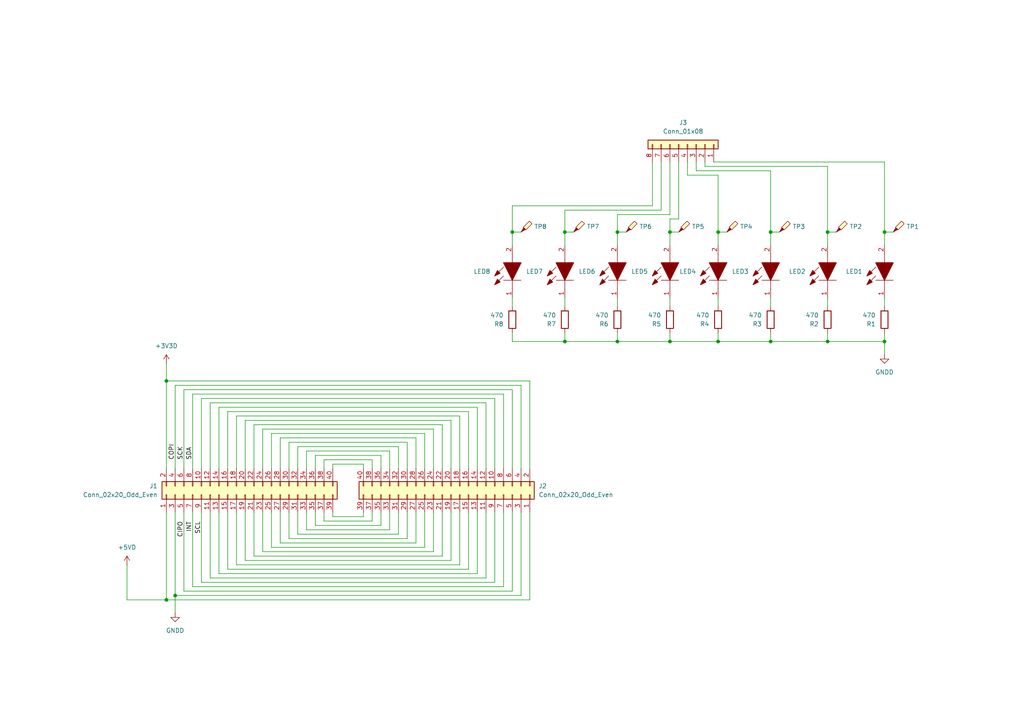
<source format=kicad_sch>
(kicad_sch (version 20250114) (generator "eeschema") (generator_version "9.0")
  (paper "A4")
  (lib_symbols
    (symbol "Connector:TestPoint_Probe" (pin_numbers (hide yes)) (pin_names (offset 0.762) (hide yes))
      (property "Reference" "TP" (at 1.651 5.842 0))
      (property "Value" "TestPoint_Probe" (at 1.651 4.064 0))
      (symbol "TestPoint_Probe_0_1"
        (polyline (pts (xy 1.27 0.762) (xy 0 0) (xy 0.762 1.27) (xy 1.27 0.762)) (fill (type outline)))
        (polyline (pts (xy 1.397 0.635) (xy 0.635 1.397) (xy 2.413 3.175) (xy 3.175 2.413) (xy 1.397 0.635)) (fill (type background)))
      )
      (symbol "TestPoint_Probe_1_1"
        (pin passive line (at 0 0 90) (length 0) (name "1") (number "1"))
      )
    )
    (symbol "Connector_Generic:Conn_01x08" (pin_names (offset 1.016) (hide yes))
      (property "Reference" "J" (at 0 10.16 0))
      (property "Value" "Conn_01x08" (at 0 -12.7 0))
      (symbol "Conn_01x08_1_1"
        (rectangle (start -1.27 8.89) (end 1.27 -11.43) (stroke (width 0.254)) (fill (type background)))
        (rectangle (start -1.27 7.747) (end 0 7.493) (stroke (width 0.1524)))
        (rectangle (start -1.27 5.207) (end 0 4.953) (stroke (width 0.1524)))
        (rectangle (start -1.27 2.667) (end 0 2.413) (stroke (width 0.1524)))
        (rectangle (start -1.27 0.127) (end 0 -0.127) (stroke (width 0.1524)))
        (rectangle (start -1.27 -2.413) (end 0 -2.667) (stroke (width 0.1524)))
        (rectangle (start -1.27 -4.953) (end 0 -5.207) (stroke (width 0.1524)))
        (rectangle (start -1.27 -7.493) (end 0 -7.747) (stroke (width 0.1524)))
        (rectangle (start -1.27 -10.033) (end 0 -10.287) (stroke (width 0.1524)))
        (pin passive line (at -5.08 7.62 0) (length 3.81) (name "Pin_1") (number "1"))
        (pin passive line (at -5.08 5.08 0) (length 3.81) (name "Pin_2") (number "2"))
        (pin passive line (at -5.08 2.54 0) (length 3.81) (name "Pin_3") (number "3"))
        (pin passive line (at -5.08 0 0) (length 3.81) (name "Pin_4") (number "4"))
        (pin passive line (at -5.08 -2.54 0) (length 3.81) (name "Pin_5") (number "5"))
        (pin passive line (at -5.08 -5.08 0) (length 3.81) (name "Pin_6") (number "6"))
        (pin passive line (at -5.08 -7.62 0) (length 3.81) (name "Pin_7") (number "7"))
        (pin passive line (at -5.08 -10.16 0) (length 3.81) (name "Pin_8") (number "8"))
      )
    )
    (symbol "Connector_Generic:Conn_02x20_Odd_Even" (pin_names (offset 1.016) (hide yes))
      (property "Reference" "J" (at 1.27 25.4 0))
      (property "Value" "Conn_02x20_Odd_Even" (at 1.27 -27.94 0))
      (symbol "Conn_02x20_Odd_Even_1_1"
        (rectangle (start -1.27 24.13) (end 3.81 -26.67) (stroke (width 0.254)) (fill (type background)))
        (rectangle (start -1.27 22.987) (end 0 22.733) (stroke (width 0.1524)))
        (rectangle (start -1.27 20.447) (end 0 20.193) (stroke (width 0.1524)))
        (rectangle (start -1.27 17.907) (end 0 17.653) (stroke (width 0.1524)))
        (rectangle (start -1.27 15.367) (end 0 15.113) (stroke (width 0.1524)))
        (rectangle (start -1.27 12.827) (end 0 12.573) (stroke (width 0.1524)))
        (rectangle (start -1.27 10.287) (end 0 10.033) (stroke (width 0.1524)))
        (rectangle (start -1.27 7.747) (end 0 7.493) (stroke (width 0.1524)))
        (rectangle (start -1.27 5.207) (end 0 4.953) (stroke (width 0.1524)))
        (rectangle (start -1.27 2.667) (end 0 2.413) (stroke (width 0.1524)))
        (rectangle (start -1.27 0.127) (end 0 -0.127) (stroke (width 0.1524)))
        (rectangle (start -1.27 -2.413) (end 0 -2.667) (stroke (width 0.1524)))
        (rectangle (start -1.27 -4.953) (end 0 -5.207) (stroke (width 0.1524)))
        (rectangle (start -1.27 -7.493) (end 0 -7.747) (stroke (width 0.1524)))
        (rectangle (start -1.27 -10.033) (end 0 -10.287) (stroke (width 0.1524)))
        (rectangle (start -1.27 -12.573) (end 0 -12.827) (stroke (width 0.1524)))
        (rectangle (start -1.27 -15.113) (end 0 -15.367) (stroke (width 0.1524)))
        (rectangle (start -1.27 -17.653) (end 0 -17.907) (stroke (width 0.1524)))
        (rectangle (start -1.27 -20.193) (end 0 -20.447) (stroke (width 0.1524)))
        (rectangle (start -1.27 -22.733) (end 0 -22.987) (stroke (width 0.1524)))
        (rectangle (start -1.27 -25.273) (end 0 -25.527) (stroke (width 0.1524)))
        (rectangle (start 3.81 22.987) (end 2.54 22.733) (stroke (width 0.1524)))
        (rectangle (start 3.81 20.447) (end 2.54 20.193) (stroke (width 0.1524)))
        (rectangle (start 3.81 17.907) (end 2.54 17.653) (stroke (width 0.1524)))
        (rectangle (start 3.81 15.367) (end 2.54 15.113) (stroke (width 0.1524)))
        (rectangle (start 3.81 12.827) (end 2.54 12.573) (stroke (width 0.1524)))
        (rectangle (start 3.81 10.287) (end 2.54 10.033) (stroke (width 0.1524)))
        (rectangle (start 3.81 7.747) (end 2.54 7.493) (stroke (width 0.1524)))
        (rectangle (start 3.81 5.207) (end 2.54 4.953) (stroke (width 0.1524)))
        (rectangle (start 3.81 2.667) (end 2.54 2.413) (stroke (width 0.1524)))
        (rectangle (start 3.81 0.127) (end 2.54 -0.127) (stroke (width 0.1524)))
        (rectangle (start 3.81 -2.413) (end 2.54 -2.667) (stroke (width 0.1524)))
        (rectangle (start 3.81 -4.953) (end 2.54 -5.207) (stroke (width 0.1524)))
        (rectangle (start 3.81 -7.493) (end 2.54 -7.747) (stroke (width 0.1524)))
        (rectangle (start 3.81 -10.033) (end 2.54 -10.287) (stroke (width 0.1524)))
        (rectangle (start 3.81 -12.573) (end 2.54 -12.827) (stroke (width 0.1524)))
        (rectangle (start 3.81 -15.113) (end 2.54 -15.367) (stroke (width 0.1524)))
        (rectangle (start 3.81 -17.653) (end 2.54 -17.907) (stroke (width 0.1524)))
        (rectangle (start 3.81 -20.193) (end 2.54 -20.447) (stroke (width 0.1524)))
        (rectangle (start 3.81 -22.733) (end 2.54 -22.987) (stroke (width 0.1524)))
        (rectangle (start 3.81 -25.273) (end 2.54 -25.527) (stroke (width 0.1524)))
        (pin passive line (at -5.08 22.86 0) (length 3.81) (name "Pin_1") (number "1"))
        (pin passive line (at -5.08 20.32 0) (length 3.81) (name "Pin_3") (number "3"))
        (pin passive line (at -5.08 17.78 0) (length 3.81) (name "Pin_5") (number "5"))
        (pin passive line (at -5.08 15.24 0) (length 3.81) (name "Pin_7") (number "7"))
        (pin passive line (at -5.08 12.7 0) (length 3.81) (name "Pin_9") (number "9"))
        (pin passive line (at -5.08 10.16 0) (length 3.81) (name "Pin_11") (number "11"))
        (pin passive line (at -5.08 7.62 0) (length 3.81) (name "Pin_13") (number "13"))
        (pin passive line (at -5.08 5.08 0) (length 3.81) (name "Pin_15") (number "15"))
        (pin passive line (at -5.08 2.54 0) (length 3.81) (name "Pin_17") (number "17"))
        (pin passive line (at -5.08 0 0) (length 3.81) (name "Pin_19") (number "19"))
        (pin passive line (at -5.08 -2.54 0) (length 3.81) (name "Pin_21") (number "21"))
        (pin passive line (at -5.08 -5.08 0) (length 3.81) (name "Pin_23") (number "23"))
        (pin passive line (at -5.08 -7.62 0) (length 3.81) (name "Pin_25") (number "25"))
        (pin passive line (at -5.08 -10.16 0) (length 3.81) (name "Pin_27") (number "27"))
        (pin passive line (at -5.08 -12.7 0) (length 3.81) (name "Pin_29") (number "29"))
        (pin passive line (at -5.08 -15.24 0) (length 3.81) (name "Pin_31") (number "31"))
        (pin passive line (at -5.08 -17.78 0) (length 3.81) (name "Pin_33") (number "33"))
        (pin passive line (at -5.08 -20.32 0) (length 3.81) (name "Pin_35") (number "35"))
        (pin passive line (at -5.08 -22.86 0) (length 3.81) (name "Pin_37") (number "37"))
        (pin passive line (at -5.08 -25.4 0) (length 3.81) (name "Pin_39") (number "39"))
        (pin passive line (at 7.62 22.86 180) (length 3.81) (name "Pin_2") (number "2"))
        (pin passive line (at 7.62 20.32 180) (length 3.81) (name "Pin_4") (number "4"))
        (pin passive line (at 7.62 17.78 180) (length 3.81) (name "Pin_6") (number "6"))
        (pin passive line (at 7.62 15.24 180) (length 3.81) (name "Pin_8") (number "8"))
        (pin passive line (at 7.62 12.7 180) (length 3.81) (name "Pin_10") (number "10"))
        (pin passive line (at 7.62 10.16 180) (length 3.81) (name "Pin_12") (number "12"))
        (pin passive line (at 7.62 7.62 180) (length 3.81) (name "Pin_14") (number "14"))
        (pin passive line (at 7.62 5.08 180) (length 3.81) (name "Pin_16") (number "16"))
        (pin passive line (at 7.62 2.54 180) (length 3.81) (name "Pin_18") (number "18"))
        (pin passive line (at 7.62 0 180) (length 3.81) (name "Pin_20") (number "20"))
        (pin passive line (at 7.62 -2.54 180) (length 3.81) (name "Pin_22") (number "22"))
        (pin passive line (at 7.62 -5.08 180) (length 3.81) (name "Pin_24") (number "24"))
        (pin passive line (at 7.62 -7.62 180) (length 3.81) (name "Pin_26") (number "26"))
        (pin passive line (at 7.62 -10.16 180) (length 3.81) (name "Pin_28") (number "28"))
        (pin passive line (at 7.62 -12.7 180) (length 3.81) (name "Pin_30") (number "30"))
        (pin passive line (at 7.62 -15.24 180) (length 3.81) (name "Pin_32") (number "32"))
        (pin passive line (at 7.62 -17.78 180) (length 3.81) (name "Pin_34") (number "34"))
        (pin passive line (at 7.62 -20.32 180) (length 3.81) (name "Pin_36") (number "36"))
        (pin passive line (at 7.62 -22.86 180) (length 3.81) (name "Pin_38") (number "38"))
        (pin passive line (at 7.62 -25.4 180) (length 3.81) (name "Pin_40") (number "40"))
      )
    )
    (symbol "Device:R" (pin_numbers (hide yes)) (pin_names (offset 0))
      (property "Reference" "R" (at 2.032 0 90))
      (property "Value" "R" (at 0 0 90))
      (symbol "R_0_1"
        (rectangle (start -1.016 -2.54) (end 1.016 2.54) (stroke (width 0.254)))
      )
      (symbol "R_1_1"
        (pin passive line (at 0 3.81 270) (length 1.27) (name "~") (number "1"))
        (pin passive line (at 0 -3.81 90) (length 1.27) (name "~") (number "2"))
      )
    )
    (symbol "SamacSys_Parts:156120YS75000" (pin_names (offset 0.762))
      (property "Reference" "LED" (at 12.7 8.89 0))
      (property "Value" "156120YS75000" (at 12.7 6.35 0))
      (symbol "156120YS75000_0_0"
        (pin output line (at 0 0 0) (length 2.54) (name "~") (number "1"))
        (pin input line (at 15.24 0 180) (length 2.54) (name "~") (number "2"))
      )
      (symbol "156120YS75000_0_1"
        (polyline (pts (xy 2.54 0) (xy 5.08 0)) (stroke (width 0.1524)))
        (polyline (pts (xy 5.08 2.54) (xy 5.08 -2.54)) (stroke (width 0.1524)))
        (polyline (pts (xy 5.08 0) (xy 10.16 2.54) (xy 10.16 -2.54) (xy 5.08 0)) (stroke (width 0.254)) (fill (type outline)))
        (polyline (pts (xy 5.334 4.318) (xy 4.572 3.556) (xy 3.81 5.08) (xy 5.334 4.318)) (stroke (width 0.254)) (fill (type outline)))
        (polyline (pts (xy 6.35 2.54) (xy 3.81 5.08)) (stroke (width 0.1524)))
        (polyline (pts (xy 7.874 4.318) (xy 7.112 3.556) (xy 6.35 5.08) (xy 7.874 4.318)) (stroke (width 0.254)) (fill (type outline)))
        (polyline (pts (xy 8.89 2.54) (xy 6.35 5.08)) (stroke (width 0.1524)))
        (polyline (pts (xy 10.16 0) (xy 12.7 0)) (stroke (width 0.1524)))
      )
    )
    (symbol "power:+5V" (power) (pin_numbers (hide yes)) (pin_names (offset 0) (hide yes))
      (property "Value" "+5V" (at 0 3.556 0))
      (symbol "+5V_0_1"
        (polyline (pts (xy -0.762 1.27) (xy 0 2.54)))
        (polyline (pts (xy 0 2.54) (xy 0.762 1.27)))
        (polyline (pts (xy 0 0) (xy 0 2.54)))
      )
      (symbol "+5V_1_1"
        (pin power_in line (at 0 0 90) (length 0) (name "~") (number "1"))
      )
    )
    (symbol "power:GND" (power) (pin_numbers (hide yes)) (pin_names (offset 0) (hide yes))
      (property "Value" "GND" (at 0 -3.81 0))
      (symbol "GND_0_1"
        (polyline (pts (xy 0 0) (xy 0 -1.27) (xy 1.27 -1.27) (xy 0 -2.54) (xy -1.27 -1.27) (xy 0 -1.27)))
      )
      (symbol "GND_1_1"
        (pin power_in line (at 0 0 270) (length 0) (name "~") (number "1"))
      )
    )
  )
  (junction (at 179.07 99.06))
  (junction (at 223.52 99.06))
  (junction (at 256.54 99.06))
  (junction (at 194.31 99.06))
  (junction (at 163.83 99.06))
  (junction (at 208.28 99.06))
  (junction (at 256.54 67.31))
  (junction (at 148.59 67.31))
  (junction (at 194.31 67.31))
  (junction (at 179.07 67.31))
  (junction (at 240.03 67.31))
  (junction (at 50.8 172.72))
  (junction (at 223.52 67.31))
  (junction (at 48.26 110.49))
  (junction (at 208.28 67.31))
  (junction (at 163.83 67.31))
  (junction (at 48.26 173.99))
  (junction (at 240.03 99.06))
  (wire (pts (xy 223.52 49.53) (xy 223.52 67.31)))
  (wire (pts (xy 53.34 171.45) (xy 53.34 148.59)))
  (wire (pts (xy 66.04 119.38) (xy 135.89 119.38)))
  (wire (pts (xy 96.52 134.62) (xy 96.52 135.89)))
  (wire (pts (xy 240.03 48.26) (xy 240.03 67.31)))
  (wire (pts (xy 96.52 134.62) (xy 105.41 134.62)))
  (wire (pts (xy 148.59 99.06) (xy 163.83 99.06)))
  (wire (pts (xy 146.05 114.3) (xy 146.05 135.89)))
  (wire (pts (xy 151.13 111.76) (xy 151.13 135.89)))
  (wire (pts (xy 151.13 67.31) (xy 148.59 67.31)))
  (wire (pts (xy 148.59 88.9) (xy 148.59 86.36)))
  (wire (pts (xy 88.9 130.81) (xy 88.9 135.89)))
  (wire (pts (xy 226.06 67.31) (xy 223.52 67.31)))
  (wire (pts (xy 76.2 124.46) (xy 125.73 124.46)))
  (wire (pts (xy 123.19 158.75) (xy 78.74 158.75)))
  (wire (pts (xy 140.97 167.64) (xy 60.96 167.64)))
  (wire (pts (xy 86.36 129.54) (xy 86.36 135.89)))
  (wire (pts (xy 120.65 127) (xy 120.65 135.89)))
  (wire (pts (xy 143.51 115.57) (xy 143.51 135.89)))
  (wire (pts (xy 163.83 67.31) (xy 163.83 71.12)))
  (wire (pts (xy 148.59 171.45) (xy 53.34 171.45)))
  (wire (pts (xy 140.97 116.84) (xy 140.97 135.89)))
  (wire (pts (xy 81.28 127) (xy 120.65 127)))
  (wire (pts (xy 204.47 46.99) (xy 204.47 48.26)))
  (wire (pts (xy 166.37 67.31) (xy 163.83 67.31)))
  (wire (pts (xy 151.13 172.72) (xy 50.8 172.72)))
  (wire (pts (xy 179.07 67.31) (xy 179.07 71.12)))
  (wire (pts (xy 83.82 156.21) (xy 83.82 148.59)))
  (wire (pts (xy 53.34 113.03) (xy 148.59 113.03)))
  (wire (pts (xy 50.8 172.72) (xy 50.8 148.59)))
  (wire (pts (xy 91.44 132.08) (xy 110.49 132.08)))
  (wire (pts (xy 110.49 152.4) (xy 91.44 152.4)))
  (wire (pts (xy 148.59 59.69) (xy 148.59 67.31)))
  (wire (pts (xy 133.35 163.83) (xy 68.58 163.83)))
  (wire (pts (xy 60.96 116.84) (xy 140.97 116.84)))
  (wire (pts (xy 194.31 62.23) (xy 179.07 62.23)))
  (wire (pts (xy 133.35 120.65) (xy 133.35 135.89)))
  (wire (pts (xy 194.31 46.99) (xy 194.31 62.23)))
  (wire (pts (xy 78.74 125.73) (xy 123.19 125.73)))
  (wire (pts (xy 240.03 67.31) (xy 240.03 71.12)))
  (wire (pts (xy 204.47 48.26) (xy 240.03 48.26)))
  (wire (pts (xy 50.8 111.76) (xy 50.8 135.89)))
  (wire (pts (xy 118.11 128.27) (xy 118.11 135.89)))
  (wire (pts (xy 256.54 67.31) (xy 256.54 71.12)))
  (wire (pts (xy 60.96 116.84) (xy 60.96 135.89)))
  (wire (pts (xy 208.28 99.06) (xy 194.31 99.06)))
  (wire (pts (xy 179.07 99.06) (xy 163.83 99.06)))
  (wire (pts (xy 125.73 160.02) (xy 125.73 148.59)))
  (wire (pts (xy 105.41 134.62) (xy 105.41 135.89)))
  (wire (pts (xy 163.83 60.96) (xy 163.83 67.31)))
  (wire (pts (xy 135.89 165.1) (xy 66.04 165.1)))
  (wire (pts (xy 208.28 67.31) (xy 208.28 71.12)))
  (wire (pts (xy 207.01 46.99) (xy 256.54 46.99)))
  (wire (pts (xy 86.36 129.54) (xy 115.57 129.54)))
  (wire (pts (xy 93.98 151.13) (xy 93.98 148.59)))
  (wire (pts (xy 135.89 119.38) (xy 135.89 135.89)))
  (wire (pts (xy 223.52 96.52) (xy 223.52 99.06)))
  (wire (pts (xy 191.77 46.99) (xy 191.77 60.96)))
  (wire (pts (xy 208.28 50.8) (xy 208.28 67.31)))
  (wire (pts (xy 86.36 154.94) (xy 86.36 148.59)))
  (wire (pts (xy 196.85 67.31) (xy 194.31 67.31)))
  (wire (pts (xy 55.88 114.3) (xy 55.88 135.89)))
  (wire (pts (xy 194.31 96.52) (xy 194.31 99.06)))
  (wire (pts (xy 81.28 127) (xy 81.28 135.89)))
  (wire (pts (xy 179.07 62.23) (xy 179.07 67.31)))
  (wire (pts (xy 256.54 46.99) (xy 256.54 67.31)))
  (wire (pts (xy 120.65 157.48) (xy 81.28 157.48)))
  (wire (pts (xy 71.12 121.92) (xy 130.81 121.92)))
  (wire (pts (xy 242.57 67.31) (xy 240.03 67.31)))
  (wire (pts (xy 153.67 173.99) (xy 153.67 148.59)))
  (wire (pts (xy 113.03 130.81) (xy 113.03 135.89)))
  (wire (pts (xy 48.26 105.41) (xy 48.26 110.49)))
  (wire (pts (xy 143.51 168.91) (xy 58.42 168.91)))
  (wire (pts (xy 210.82 67.31) (xy 208.28 67.31)))
  (wire (pts (xy 194.31 88.9) (xy 194.31 86.36)))
  (wire (pts (xy 199.39 50.8) (xy 208.28 50.8)))
  (wire (pts (xy 73.66 161.29) (xy 73.66 148.59)))
  (wire (pts (xy 83.82 128.27) (xy 83.82 135.89)))
  (wire (pts (xy 194.31 67.31) (xy 194.31 71.12)))
  (wire (pts (xy 66.04 119.38) (xy 66.04 135.89)))
  (wire (pts (xy 153.67 173.99) (xy 48.26 173.99)))
  (wire (pts (xy 36.83 163.83) (xy 36.83 173.99)))
  (wire (pts (xy 143.51 168.91) (xy 143.51 148.59)))
  (wire (pts (xy 256.54 99.06) (xy 240.03 99.06)))
  (wire (pts (xy 148.59 67.31) (xy 148.59 71.12)))
  (wire (pts (xy 63.5 118.11) (xy 138.43 118.11)))
  (wire (pts (xy 179.07 99.06) (xy 194.31 99.06)))
  (wire (pts (xy 189.23 46.99) (xy 189.23 59.69)))
  (wire (pts (xy 128.27 161.29) (xy 128.27 148.59)))
  (wire (pts (xy 66.04 165.1) (xy 66.04 148.59)))
  (wire (pts (xy 138.43 166.37) (xy 138.43 148.59)))
  (wire (pts (xy 68.58 120.65) (xy 68.58 135.89)))
  (wire (pts (xy 125.73 124.46) (xy 125.73 135.89)))
  (wire (pts (xy 78.74 125.73) (xy 78.74 135.89)))
  (wire (pts (xy 123.19 125.73) (xy 123.19 135.89)))
  (wire (pts (xy 48.26 110.49) (xy 153.67 110.49)))
  (wire (pts (xy 55.88 114.3) (xy 146.05 114.3)))
  (wire (pts (xy 115.57 154.94) (xy 115.57 148.59)))
  (wire (pts (xy 194.31 63.5) (xy 194.31 67.31)))
  (wire (pts (xy 163.83 88.9) (xy 163.83 86.36)))
  (wire (pts (xy 223.52 99.06) (xy 240.03 99.06)))
  (wire (pts (xy 181.61 67.31) (xy 179.07 67.31)))
  (wire (pts (xy 105.41 149.86) (xy 96.52 149.86)))
  (wire (pts (xy 199.39 46.99) (xy 199.39 50.8)))
  (wire (pts (xy 48.26 110.49) (xy 48.26 135.89)))
  (wire (pts (xy 118.11 156.21) (xy 83.82 156.21)))
  (wire (pts (xy 259.08 67.31) (xy 256.54 67.31)))
  (wire (pts (xy 196.85 46.99) (xy 196.85 63.5)))
  (wire (pts (xy 128.27 161.29) (xy 73.66 161.29)))
  (wire (pts (xy 208.28 88.9) (xy 208.28 86.36)))
  (wire (pts (xy 256.54 96.52) (xy 256.54 99.06)))
  (wire (pts (xy 113.03 153.67) (xy 113.03 148.59)))
  (wire (pts (xy 93.98 133.35) (xy 107.95 133.35)))
  (wire (pts (xy 240.03 96.52) (xy 240.03 99.06)))
  (wire (pts (xy 50.8 172.72) (xy 50.8 177.8)))
  (wire (pts (xy 71.12 121.92) (xy 71.12 135.89)))
  (wire (pts (xy 118.11 156.21) (xy 118.11 148.59)))
  (wire (pts (xy 201.93 49.53) (xy 223.52 49.53)))
  (wire (pts (xy 83.82 128.27) (xy 118.11 128.27)))
  (wire (pts (xy 76.2 124.46) (xy 76.2 135.89)))
  (wire (pts (xy 140.97 167.64) (xy 140.97 148.59)))
  (wire (pts (xy 63.5 118.11) (xy 63.5 135.89)))
  (wire (pts (xy 73.66 123.19) (xy 128.27 123.19)))
  (wire (pts (xy 58.42 115.57) (xy 143.51 115.57)))
  (wire (pts (xy 88.9 153.67) (xy 88.9 148.59)))
  (wire (pts (xy 153.67 110.49) (xy 153.67 135.89)))
  (wire (pts (xy 71.12 162.56) (xy 71.12 148.59)))
  (wire (pts (xy 125.73 160.02) (xy 76.2 160.02)))
  (wire (pts (xy 256.54 99.06) (xy 256.54 102.87)))
  (wire (pts (xy 138.43 166.37) (xy 63.5 166.37)))
  (wire (pts (xy 36.83 173.99) (xy 48.26 173.99)))
  (wire (pts (xy 110.49 152.4) (xy 110.49 148.59)))
  (wire (pts (xy 148.59 113.03) (xy 148.59 135.89)))
  (wire (pts (xy 148.59 96.52) (xy 148.59 99.06)))
  (wire (pts (xy 163.83 99.06) (xy 163.83 96.52)))
  (wire (pts (xy 223.52 67.31) (xy 223.52 71.12)))
  (wire (pts (xy 130.81 121.92) (xy 130.81 135.89)))
  (wire (pts (xy 115.57 129.54) (xy 115.57 135.89)))
  (wire (pts (xy 107.95 151.13) (xy 107.95 148.59)))
  (wire (pts (xy 256.54 88.9) (xy 256.54 86.36)))
  (wire (pts (xy 105.41 149.86) (xy 105.41 148.59)))
  (wire (pts (xy 68.58 120.65) (xy 133.35 120.65)))
  (wire (pts (xy 110.49 132.08) (xy 110.49 135.89)))
  (wire (pts (xy 196.85 63.5) (xy 194.31 63.5)))
  (wire (pts (xy 120.65 157.48) (xy 120.65 148.59)))
  (wire (pts (xy 73.66 123.19) (xy 73.66 135.89)))
  (wire (pts (xy 146.05 170.18) (xy 146.05 148.59)))
  (wire (pts (xy 63.5 166.37) (xy 63.5 148.59)))
  (wire (pts (xy 151.13 172.72) (xy 151.13 148.59)))
  (wire (pts (xy 55.88 170.18) (xy 55.88 148.59)))
  (wire (pts (xy 148.59 171.45) (xy 148.59 148.59)))
  (wire (pts (xy 93.98 133.35) (xy 93.98 135.89)))
  (wire (pts (xy 146.05 170.18) (xy 55.88 170.18)))
  (wire (pts (xy 58.42 168.91) (xy 58.42 148.59)))
  (wire (pts (xy 189.23 59.69) (xy 148.59 59.69)))
  (wire (pts (xy 113.03 153.67) (xy 88.9 153.67)))
  (wire (pts (xy 81.28 157.48) (xy 81.28 148.59)))
  (wire (pts (xy 96.52 149.86) (xy 96.52 148.59)))
  (wire (pts (xy 60.96 167.64) (xy 60.96 148.59)))
  (wire (pts (xy 91.44 132.08) (xy 91.44 135.89)))
  (wire (pts (xy 48.26 173.99) (xy 48.26 148.59)))
  (wire (pts (xy 223.52 88.9) (xy 223.52 86.36)))
  (wire (pts (xy 223.52 99.06) (xy 208.28 99.06)))
  (wire (pts (xy 88.9 130.81) (xy 113.03 130.81)))
  (wire (pts (xy 135.89 165.1) (xy 135.89 148.59)))
  (wire (pts (xy 91.44 152.4) (xy 91.44 148.59)))
  (wire (pts (xy 50.8 111.76) (xy 151.13 111.76)))
  (wire (pts (xy 240.03 88.9) (xy 240.03 86.36)))
  (wire (pts (xy 123.19 158.75) (xy 123.19 148.59)))
  (wire (pts (xy 107.95 133.35) (xy 107.95 135.89)))
  (wire (pts (xy 179.07 88.9) (xy 179.07 86.36)))
  (wire (pts (xy 133.35 163.83) (xy 133.35 148.59)))
  (wire (pts (xy 130.81 162.56) (xy 71.12 162.56)))
  (wire (pts (xy 76.2 160.02) (xy 76.2 148.59)))
  (wire (pts (xy 68.58 163.83) (xy 68.58 148.59)))
  (wire (pts (xy 191.77 60.96) (xy 163.83 60.96)))
  (wire (pts (xy 58.42 115.57) (xy 58.42 135.89)))
  (wire (pts (xy 107.95 151.13) (xy 93.98 151.13)))
  (wire (pts (xy 53.34 113.03) (xy 53.34 135.89)))
  (wire (pts (xy 130.81 162.56) (xy 130.81 148.59)))
  (wire (pts (xy 115.57 154.94) (xy 86.36 154.94)))
  (wire (pts (xy 78.74 158.75) (xy 78.74 148.59)))
  (wire (pts (xy 208.28 96.52) (xy 208.28 99.06)))
  (wire (pts (xy 179.07 96.52) (xy 179.07 99.06)))
  (wire (pts (xy 201.93 46.99) (xy 201.93 49.53)))
  (wire (pts (xy 128.27 123.19) (xy 128.27 135.89)))
  (wire (pts (xy 138.43 118.11) (xy 138.43 135.89)))
  (label "COPI" (at 50.8 133.35 90))
  (label "SCK" (at 53.34 133.35 90))
  (label "SCL" (at 58.42 151.13 270))
  (label "SDA" (at 55.88 133.35 90))
  (label "INT" (at 55.88 151.13 270))
  (label "CIPO" (at 53.34 151.13 270))
  (symbol (lib_id "Device:R") (at 179.07 92.71 0) (unit 1)
    (property "Reference" "R6" (at 176.53 93.9801 0) (effects (justify right)))
    (property "Value" "470" (at 176.53 91.4401 0) (effects (justify right)))
    (property "Footprint" "Resistor_SMD:R_1206_3216Metric" (effects (hide yes)))
    (property "Description" "Resistor" (effects (hide yes)))
    (property "Manufacturer_Name" "YAGEO " (effects (hide yes)))
    (property "Manufacturer_Part_Number" "AC1206FR-07470RL " (effects (hide yes)))
    (property "Mouser Part Number" "603-AC1206FR-07470RL " (effects (hide yes)))
  )
  (symbol (lib_id "power:+5V") (at 48.26 105.41 0) (unit 1)
    (property "Reference" "#PWR03" (effects (hide yes)))
    (property "Value" "+3V3D" (at 48.26 100.33 0))
    (property "Description" "Power symbol creates a global label with name \"+5V\"" (effects (hide yes)))
  )
  (symbol (lib_id "Connector:TestPoint_Probe") (at 226.06 67.31 0) (unit 1)
    (property "Reference" "TP3" (at 229.87 65.7224 0) (effects (justify left)))
    (property "Value" "TestPoint_Probe" (effects (hide yes)))
    (property "Description" "test point (alternative probe-style design)" (effects (hide yes)))
  )
  (symbol (lib_id "SamacSys_Parts:156120YS75000") (at 163.83 86.36 90) (unit 1)
    (property "Reference" "LED7" (at 157.48 78.7401 90) (effects (justify left)))
    (property "Value" "156120YS75000" (effects (hide yes)))
    (property "Footprint" "SamacSys_Parts:LEDC5017X140N" (effects (hide yes)))
    (property "Datasheet" "https://componentsearchengine.com/Datasheets/2/156120YS75000.pdf" (effects (hide yes)))
    (property "Description" "Wurth Elektronik 156120YS75000, WL-SMRW Series Yellow LED, 589 nm, 3216 (1206) Clear, Rectangle Lens SMD Package" (effects (hide yes)))
    (property "Height" "1.4" (effects (hide yes)))
    (property "Mouser Part Number" "710-156120YS75000" (effects (hide yes)))
    (property "Mouser Price/Stock" "https://www.mouser.co.uk/ProductDetail/Wurth-Elektronik/156120YS75000?qs=2kOmHSv6VfS%252BWNNIEUg%252B6Q%3D%3D" (effects (hide yes)))
    (property "Manufacturer_Name" "Wurth Elektronik" (effects (hide yes)))
    (property "Manufacturer_Part_Number" "156120YS75000" (effects (hide yes)))
    (property "Description_1" "Wurth Elektronik 156120YS75000, WL-SMRW Series Yellow LED, 589 nm, 3216 (1206) Clear, Rectangle Lens SMD Package" (effects (hide yes)))
  )
  (symbol (lib_id "Connector:TestPoint_Probe") (at 259.08 67.31 0) (unit 1)
    (property "Reference" "TP1" (at 262.89 65.7224 0) (effects (justify left)))
    (property "Value" "TestPoint_Probe" (effects (hide yes)))
    (property "Description" "test point (alternative probe-style design)" (effects (hide yes)))
  )
  (symbol (lib_id "Connector:TestPoint_Probe") (at 166.37 67.31 0) (unit 1)
    (property "Reference" "TP7" (at 170.18 65.7224 0) (effects (justify left)))
    (property "Value" "TestPoint_Probe" (effects (hide yes)))
    (property "Description" "test point (alternative probe-style design)" (effects (hide yes)))
  )
  (symbol (lib_id "Connector:TestPoint_Probe") (at 242.57 67.31 0) (unit 1)
    (property "Reference" "TP2" (at 246.38 65.7224 0) (effects (justify left)))
    (property "Value" "TestPoint_Probe" (effects (hide yes)))
    (property "Description" "test point (alternative probe-style design)" (effects (hide yes)))
  )
  (symbol (lib_id "Device:R") (at 223.52 92.71 0) (unit 1)
    (property "Reference" "R3" (at 220.98 93.9801 0) (effects (justify right)))
    (property "Value" "470" (at 220.98 91.4401 0) (effects (justify right)))
    (property "Footprint" "Resistor_SMD:R_1206_3216Metric" (effects (hide yes)))
    (property "Description" "Resistor" (effects (hide yes)))
    (property "Manufacturer_Name" "YAGEO " (effects (hide yes)))
    (property "Manufacturer_Part_Number" "AC1206FR-07470RL " (effects (hide yes)))
    (property "Mouser Part Number" "603-AC1206FR-07470RL " (effects (hide yes)))
  )
  (symbol (lib_id "SamacSys_Parts:156120YS75000") (at 256.54 86.36 90) (unit 1)
    (property "Reference" "LED1" (at 250.19 78.7401 90) (effects (justify left)))
    (property "Value" "156120YS75000" (effects (hide yes)))
    (property "Footprint" "SamacSys_Parts:LEDC5017X140N" (effects (hide yes)))
    (property "Datasheet" "https://componentsearchengine.com/Datasheets/2/156120YS75000.pdf" (effects (hide yes)))
    (property "Description" "Wurth Elektronik 156120YS75000, WL-SMRW Series Yellow LED, 589 nm, 3216 (1206) Clear, Rectangle Lens SMD Package" (effects (hide yes)))
    (property "Height" "1.4" (effects (hide yes)))
    (property "Mouser Part Number" "710-156120YS75000" (effects (hide yes)))
    (property "Mouser Price/Stock" "https://www.mouser.co.uk/ProductDetail/Wurth-Elektronik/156120YS75000?qs=2kOmHSv6VfS%252BWNNIEUg%252B6Q%3D%3D" (effects (hide yes)))
    (property "Manufacturer_Name" "Wurth Elektronik" (effects (hide yes)))
    (property "Manufacturer_Part_Number" "156120YS75000" (effects (hide yes)))
    (property "Description_1" "Wurth Elektronik 156120YS75000, WL-SMRW Series Yellow LED, 589 nm, 3216 (1206) Clear, Rectangle Lens SMD Package" (effects (hide yes)))
  )
  (symbol (lib_id "Device:R") (at 194.31 92.71 0) (unit 1)
    (property "Reference" "R5" (at 191.77 93.9801 0) (effects (justify right)))
    (property "Value" "470" (at 191.77 91.4401 0) (effects (justify right)))
    (property "Footprint" "Resistor_SMD:R_1206_3216Metric" (effects (hide yes)))
    (property "Description" "Resistor" (effects (hide yes)))
    (property "Manufacturer_Name" "YAGEO " (effects (hide yes)))
    (property "Manufacturer_Part_Number" "AC1206FR-07470RL " (effects (hide yes)))
    (property "Mouser Part Number" "603-AC1206FR-07470RL " (effects (hide yes)))
  )
  (symbol (lib_id "SamacSys_Parts:156120YS75000") (at 179.07 86.36 90) (unit 1)
    (property "Reference" "LED6" (at 172.72 78.7401 90) (effects (justify left)))
    (property "Value" "156120YS75000" (effects (hide yes)))
    (property "Footprint" "SamacSys_Parts:LEDC5017X140N" (effects (hide yes)))
    (property "Datasheet" "https://componentsearchengine.com/Datasheets/2/156120YS75000.pdf" (effects (hide yes)))
    (property "Description" "Wurth Elektronik 156120YS75000, WL-SMRW Series Yellow LED, 589 nm, 3216 (1206) Clear, Rectangle Lens SMD Package" (effects (hide yes)))
    (property "Height" "1.4" (effects (hide yes)))
    (property "Mouser Part Number" "710-156120YS75000" (effects (hide yes)))
    (property "Mouser Price/Stock" "https://www.mouser.co.uk/ProductDetail/Wurth-Elektronik/156120YS75000?qs=2kOmHSv6VfS%252BWNNIEUg%252B6Q%3D%3D" (effects (hide yes)))
    (property "Manufacturer_Name" "Wurth Elektronik" (effects (hide yes)))
    (property "Manufacturer_Part_Number" "156120YS75000" (effects (hide yes)))
    (property "Description_1" "Wurth Elektronik 156120YS75000, WL-SMRW Series Yellow LED, 589 nm, 3216 (1206) Clear, Rectangle Lens SMD Package" (effects (hide yes)))
  )
  (symbol (lib_id "Connector:TestPoint_Probe") (at 151.13 67.31 0) (unit 1)
    (property "Reference" "TP8" (at 154.94 65.7224 0) (effects (justify left)))
    (property "Value" "TestPoint_Probe" (effects (hide yes)))
    (property "Description" "test point (alternative probe-style design)" (effects (hide yes)))
  )
  (symbol (lib_id "Device:R") (at 163.83 92.71 0) (unit 1)
    (property "Reference" "R7" (at 161.29 93.9801 0) (effects (justify right)))
    (property "Value" "470" (at 161.29 91.4401 0) (effects (justify right)))
    (property "Footprint" "Resistor_SMD:R_1206_3216Metric" (effects (hide yes)))
    (property "Description" "Resistor" (effects (hide yes)))
    (property "Manufacturer_Name" "YAGEO " (effects (hide yes)))
    (property "Manufacturer_Part_Number" "AC1206FR-07470RL " (effects (hide yes)))
    (property "Mouser Part Number" "603-AC1206FR-07470RL " (effects (hide yes)))
  )
  (symbol (lib_id "Connector:TestPoint_Probe") (at 210.82 67.31 0) (unit 1)
    (property "Reference" "TP4" (at 214.63 65.7224 0) (effects (justify left)))
    (property "Value" "TestPoint_Probe" (effects (hide yes)))
    (property "Description" "test point (alternative probe-style design)" (effects (hide yes)))
  )
  (symbol (lib_id "SamacSys_Parts:156120YS75000") (at 148.59 86.36 90) (unit 1)
    (property "Reference" "LED8" (at 142.24 78.7401 90) (effects (justify left)))
    (property "Value" "156120YS75000" (effects (hide yes)))
    (property "Footprint" "SamacSys_Parts:LEDC5017X140N" (effects (hide yes)))
    (property "Datasheet" "https://componentsearchengine.com/Datasheets/2/156120YS75000.pdf" (effects (hide yes)))
    (property "Description" "Wurth Elektronik 156120YS75000, WL-SMRW Series Yellow LED, 589 nm, 3216 (1206) Clear, Rectangle Lens SMD Package" (effects (hide yes)))
    (property "Height" "1.4" (effects (hide yes)))
    (property "Mouser Part Number" "710-156120YS75000" (effects (hide yes)))
    (property "Mouser Price/Stock" "https://www.mouser.co.uk/ProductDetail/Wurth-Elektronik/156120YS75000?qs=2kOmHSv6VfS%252BWNNIEUg%252B6Q%3D%3D" (effects (hide yes)))
    (property "Manufacturer_Name" "Wurth Elektronik" (effects (hide yes)))
    (property "Manufacturer_Part_Number" "156120YS75000" (effects (hide yes)))
    (property "Description_1" "Wurth Elektronik 156120YS75000, WL-SMRW Series Yellow LED, 589 nm, 3216 (1206) Clear, Rectangle Lens SMD Package" (effects (hide yes)))
  )
  (symbol (lib_id "power:+5V") (at 36.83 163.83 0) (unit 1)
    (property "Reference" "#PWR04" (effects (hide yes)))
    (property "Value" "+5VD" (at 36.83 158.75 0))
    (property "Description" "Power symbol creates a global label with name \"+5V\"" (effects (hide yes)))
  )
  (symbol (lib_id "Connector:TestPoint_Probe") (at 181.61 67.31 0) (unit 1)
    (property "Reference" "TP6" (at 185.42 65.7224 0) (effects (justify left)))
    (property "Value" "TestPoint_Probe" (effects (hide yes)))
    (property "Description" "test point (alternative probe-style design)" (effects (hide yes)))
  )
  (symbol (lib_id "Device:R") (at 148.59 92.71 0) (unit 1)
    (property "Reference" "R8" (at 146.05 93.9801 0) (effects (justify right)))
    (property "Value" "470" (at 146.05 91.4401 0) (effects (justify right)))
    (property "Footprint" "Resistor_SMD:R_1206_3216Metric" (effects (hide yes)))
    (property "Description" "Resistor" (effects (hide yes)))
    (property "Manufacturer_Name" "YAGEO " (effects (hide yes)))
    (property "Manufacturer_Part_Number" "AC1206FR-07470RL " (effects (hide yes)))
    (property "Mouser Part Number" "603-AC1206FR-07470RL " (effects (hide yes)))
  )
  (symbol (lib_id "power:GND") (at 50.8 177.8 0) (unit 1)
    (property "Reference" "#PWR05" (effects (hide yes)))
    (property "Value" "GNDD" (at 50.8 182.88 0))
    (property "Description" "Power symbol creates a global label with name \"GND\" , ground" (effects (hide yes)))
  )
  (symbol (lib_id "Connector:TestPoint_Probe") (at 196.85 67.31 0) (unit 1)
    (property "Reference" "TP5" (at 200.66 65.7224 0) (effects (justify left)))
    (property "Value" "TestPoint_Probe" (effects (hide yes)))
    (property "Description" "test point (alternative probe-style design)" (effects (hide yes)))
  )
  (symbol (lib_id "SamacSys_Parts:156120YS75000") (at 194.31 86.36 90) (unit 1)
    (property "Reference" "LED5" (at 187.96 78.7401 90) (effects (justify left)))
    (property "Value" "156120YS75000" (effects (hide yes)))
    (property "Footprint" "SamacSys_Parts:LEDC5017X140N" (effects (hide yes)))
    (property "Datasheet" "https://componentsearchengine.com/Datasheets/2/156120YS75000.pdf" (effects (hide yes)))
    (property "Description" "Wurth Elektronik 156120YS75000, WL-SMRW Series Yellow LED, 589 nm, 3216 (1206) Clear, Rectangle Lens SMD Package" (effects (hide yes)))
    (property "Height" "1.4" (effects (hide yes)))
    (property "Mouser Part Number" "710-156120YS75000" (effects (hide yes)))
    (property "Mouser Price/Stock" "https://www.mouser.co.uk/ProductDetail/Wurth-Elektronik/156120YS75000?qs=2kOmHSv6VfS%252BWNNIEUg%252B6Q%3D%3D" (effects (hide yes)))
    (property "Manufacturer_Name" "Wurth Elektronik" (effects (hide yes)))
    (property "Manufacturer_Part_Number" "156120YS75000" (effects (hide yes)))
    (property "Description_1" "Wurth Elektronik 156120YS75000, WL-SMRW Series Yellow LED, 589 nm, 3216 (1206) Clear, Rectangle Lens SMD Package" (effects (hide yes)))
  )
  (symbol (lib_id "Device:R") (at 240.03 92.71 0) (unit 1)
    (property "Reference" "R2" (at 237.49 93.9801 0) (effects (justify right)))
    (property "Value" "470" (at 237.49 91.4401 0) (effects (justify right)))
    (property "Footprint" "Resistor_SMD:R_1206_3216Metric" (effects (hide yes)))
    (property "Description" "Resistor" (effects (hide yes)))
    (property "Manufacturer_Name" "YAGEO " (effects (hide yes)))
    (property "Manufacturer_Part_Number" "AC1206FR-07470RL " (effects (hide yes)))
    (property "Mouser Part Number" "603-AC1206FR-07470RL " (effects (hide yes)))
  )
  (symbol (lib_id "Connector_Generic:Conn_02x20_Odd_Even") (at 130.81 143.51 270) (mirror x) (unit 1)
    (property "Reference" "J2" (at 156.21 140.9699 90) (effects (justify left)))
    (property "Value" "Conn_02x20_Odd_Even" (at 156.21 143.5099 90) (effects (justify left)))
    (property "Footprint" "Connector_PinSocket_2.54mm:PinSocket_2x20_P2.54mm_Vertical" (effects (hide yes)))
    (property "Description" "Generic connector, double row, 02x20, odd/even pin numbering scheme (row 1 odd numbers, row 2 even numbers), script generated (kicad-library-utils/schlib/autogen/connector/)" (effects (hide yes)))
  )
  (symbol (lib_id "Device:R") (at 256.54 92.71 0) (unit 1)
    (property "Reference" "R1" (at 254 93.9801 0) (effects (justify right)))
    (property "Value" "470" (at 254 91.4401 0) (effects (justify right)))
    (property "Footprint" "Resistor_SMD:R_1206_3216Metric" (effects (hide yes)))
    (property "Description" "Resistor" (effects (hide yes)))
    (property "Manufacturer_Name" "YAGEO " (effects (hide yes)))
    (property "Manufacturer_Part_Number" "AC1206FR-07470RL " (effects (hide yes)))
    (property "Mouser Part Number" "603-AC1206FR-07470RL " (effects (hide yes)))
  )
  (symbol (lib_id "SamacSys_Parts:156120YS75000") (at 208.28 86.36 90) (unit 1)
    (property "Reference" "LED4" (at 201.93 78.7401 90) (effects (justify left)))
    (property "Value" "156120YS75000" (effects (hide yes)))
    (property "Footprint" "SamacSys_Parts:LEDC5017X140N" (effects (hide yes)))
    (property "Datasheet" "https://componentsearchengine.com/Datasheets/2/156120YS75000.pdf" (effects (hide yes)))
    (property "Description" "Wurth Elektronik 156120YS75000, WL-SMRW Series Yellow LED, 589 nm, 3216 (1206) Clear, Rectangle Lens SMD Package" (effects (hide yes)))
    (property "Height" "1.4" (effects (hide yes)))
    (property "Mouser Part Number" "710-156120YS75000" (effects (hide yes)))
    (property "Mouser Price/Stock" "https://www.mouser.co.uk/ProductDetail/Wurth-Elektronik/156120YS75000?qs=2kOmHSv6VfS%252BWNNIEUg%252B6Q%3D%3D" (effects (hide yes)))
    (property "Manufacturer_Name" "Wurth Elektronik" (effects (hide yes)))
    (property "Manufacturer_Part_Number" "156120YS75000" (effects (hide yes)))
    (property "Description_1" "Wurth Elektronik 156120YS75000, WL-SMRW Series Yellow LED, 589 nm, 3216 (1206) Clear, Rectangle Lens SMD Package" (effects (hide yes)))
  )
  (symbol (lib_id "Connector_Generic:Conn_02x20_Odd_Even") (at 71.12 143.51 90) (unit 1)
    (property "Reference" "J1" (at 45.72 140.9699 90) (effects (justify left)))
    (property "Value" "Conn_02x20_Odd_Even" (at 45.72 143.5099 90) (effects (justify left)))
    (property "Footprint" "Connector_PinHeader_2.54mm:PinHeader_2x20_P2.54mm_Vertical" (effects (hide yes)))
    (property "Description" "Generic connector, double row, 02x20, odd/even pin numbering scheme (row 1 odd numbers, row 2 even numbers), script generated (kicad-library-utils/schlib/autogen/connector/)" (effects (hide yes)))
  )
  (symbol (lib_id "SamacSys_Parts:156120YS75000") (at 240.03 86.36 90) (unit 1)
    (property "Reference" "LED2" (at 233.68 78.7401 90) (effects (justify left)))
    (property "Value" "156120YS75000" (effects (hide yes)))
    (property "Footprint" "SamacSys_Parts:LEDC5017X140N" (effects (hide yes)))
    (property "Datasheet" "https://componentsearchengine.com/Datasheets/2/156120YS75000.pdf" (effects (hide yes)))
    (property "Description" "Wurth Elektronik 156120YS75000, WL-SMRW Series Yellow LED, 589 nm, 3216 (1206) Clear, Rectangle Lens SMD Package" (effects (hide yes)))
    (property "Height" "1.4" (effects (hide yes)))
    (property "Mouser Part Number" "710-156120YS75000" (effects (hide yes)))
    (property "Mouser Price/Stock" "https://www.mouser.co.uk/ProductDetail/Wurth-Elektronik/156120YS75000?qs=2kOmHSv6VfS%252BWNNIEUg%252B6Q%3D%3D" (effects (hide yes)))
    (property "Manufacturer_Name" "Wurth Elektronik" (effects (hide yes)))
    (property "Manufacturer_Part_Number" "156120YS75000" (effects (hide yes)))
    (property "Description_1" "Wurth Elektronik 156120YS75000, WL-SMRW Series Yellow LED, 589 nm, 3216 (1206) Clear, Rectangle Lens SMD Package" (effects (hide yes)))
  )
  (symbol (lib_id "SamacSys_Parts:156120YS75000") (at 223.52 86.36 90) (unit 1)
    (property "Reference" "LED3" (at 217.17 78.7401 90) (effects (justify left)))
    (property "Value" "156120YS75000" (effects (hide yes)))
    (property "Footprint" "SamacSys_Parts:LEDC5017X140N" (effects (hide yes)))
    (property "Datasheet" "https://componentsearchengine.com/Datasheets/2/156120YS75000.pdf" (effects (hide yes)))
    (property "Description" "Wurth Elektronik 156120YS75000, WL-SMRW Series Yellow LED, 589 nm, 3216 (1206) Clear, Rectangle Lens SMD Package" (effects (hide yes)))
    (property "Height" "1.4" (effects (hide yes)))
    (property "Mouser Part Number" "710-156120YS75000" (effects (hide yes)))
    (property "Mouser Price/Stock" "https://www.mouser.co.uk/ProductDetail/Wurth-Elektronik/156120YS75000?qs=2kOmHSv6VfS%252BWNNIEUg%252B6Q%3D%3D" (effects (hide yes)))
    (property "Manufacturer_Name" "Wurth Elektronik" (effects (hide yes)))
    (property "Manufacturer_Part_Number" "156120YS75000" (effects (hide yes)))
    (property "Description_1" "Wurth Elektronik 156120YS75000, WL-SMRW Series Yellow LED, 589 nm, 3216 (1206) Clear, Rectangle Lens SMD Package" (effects (hide yes)))
  )
  (symbol (lib_id "Connector_Generic:Conn_01x08") (at 199.39 41.91 270) (mirror x) (unit 1)
    (property "Reference" "J3" (at 198.12 35.56 90))
    (property "Value" "Conn_01x08" (at 198.12 38.1 90))
    (property "Description" "Generic connector, single row, 01x08, script generated (kicad-library-utils/schlib/autogen/connector/)" (effects (hide yes)))
  )
  (symbol (lib_id "Device:R") (at 208.28 92.71 0) (unit 1)
    (property "Reference" "R4" (at 205.74 93.9801 0) (effects (justify right)))
    (property "Value" "470" (at 205.74 91.4401 0) (effects (justify right)))
    (property "Footprint" "Resistor_SMD:R_1206_3216Metric" (effects (hide yes)))
    (property "Description" "Resistor" (effects (hide yes)))
    (property "Manufacturer_Name" "YAGEO " (effects (hide yes)))
    (property "Manufacturer_Part_Number" "AC1206FR-07470RL " (effects (hide yes)))
    (property "Mouser Part Number" "603-AC1206FR-07470RL " (effects (hide yes)))
  )
  (symbol (lib_id "power:GND") (at 256.54 102.87 0) (unit 1)
    (property "Reference" "#PWR06" (effects (hide yes)))
    (property "Value" "GNDD" (at 256.54 107.95 0))
    (property "Description" "Power symbol creates a global label with name \"GND\" , ground" (effects (hide yes)))
  )
)
</source>
